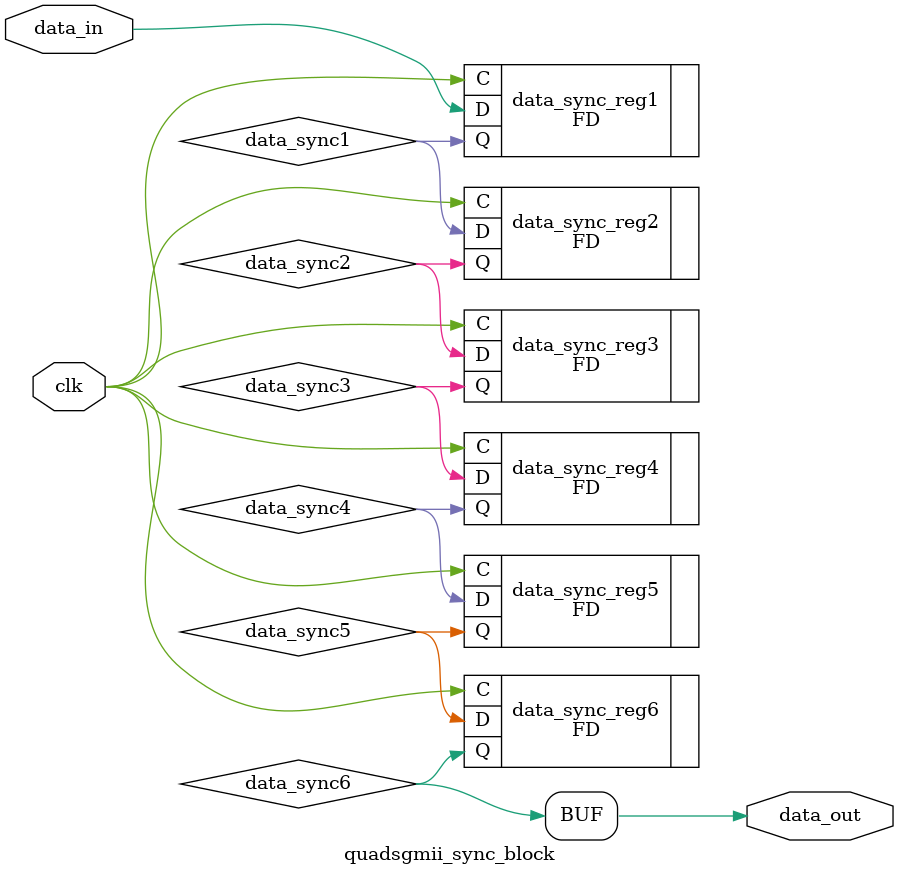
<source format=v>

`timescale 1ps / 1ps

(* dont_touch = "yes" *)
module quadsgmii_sync_block #(
  parameter INITIALISE = 2'b00
)
(
  input        clk,              // clock to be sync'ed to
  input        data_in,          // Data to be 'synced'
  output       data_out          // synced data
);

  // Internal Signals
  wire data_sync1;
  wire data_sync2;
  wire data_sync3;
  wire data_sync4;
  wire data_sync5;
  wire data_sync6;


  (* shreg_extract = "no", ASYNC_REG = "TRUE" *)
  FD #(
    .INIT (INITIALISE[0])
  ) data_sync_reg1 (
    .C  (clk),
    .D  (data_in),
    .Q  (data_sync1)
  );


  (* shreg_extract = "no", ASYNC_REG = "TRUE" *)
  FD #(
   .INIT (INITIALISE[1])
  ) data_sync_reg2 (
  .C  (clk),
  .D  (data_sync1),
  .Q  (data_sync2)
  );


  (* shreg_extract = "no", ASYNC_REG = "TRUE" *)
  FD #(
   .INIT (INITIALISE[1])
  ) data_sync_reg3 (
  .C  (clk),
  .D  (data_sync2),
  .Q  (data_sync3)
  );

  (* shreg_extract = "no", ASYNC_REG = "TRUE" *)
  FD #(
   .INIT (INITIALISE[1])
  ) data_sync_reg4 (
  .C  (clk),
  .D  (data_sync3),
  .Q  (data_sync4)
  );

  (* shreg_extract = "no", ASYNC_REG = "TRUE" *)
  FD #(
   .INIT (INITIALISE[1])
  ) data_sync_reg5 (
  .C  (clk),
  .D  (data_sync4),
  .Q  (data_sync5)
  );

  (* shreg_extract = "no", ASYNC_REG = "TRUE" *)
  FD #(
   .INIT (INITIALISE[1])
  ) data_sync_reg6 (
  .C  (clk),
  .D  (data_sync5),
  .Q  (data_sync6)
  );
  assign data_out = data_sync6;


endmodule



</source>
